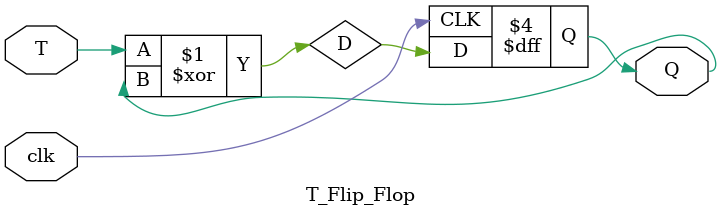
<source format=v>
`timescale 1ns / 1ps
module T_Flip_Flop( clk,T, Q);
   input wire clk;
   input wire T;
   output reg Q;
   wire D;

   initial
   begin
      Q<=1'b0;
   end

   assign  D= T ^ Q;

      always @(negedge clk)
       begin
        Q<=D;
       end
endmodule
</source>
